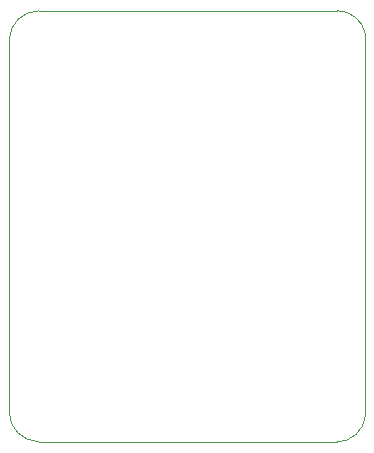
<source format=gbr>
%TF.GenerationSoftware,KiCad,Pcbnew,8.0.5*%
%TF.CreationDate,2024-11-27T14:45:04+01:00*%
%TF.ProjectId,TOF_PCB_COTE,544f465f-5043-4425-9f43-4f54452e6b69,rev?*%
%TF.SameCoordinates,Original*%
%TF.FileFunction,Profile,NP*%
%FSLAX46Y46*%
G04 Gerber Fmt 4.6, Leading zero omitted, Abs format (unit mm)*
G04 Created by KiCad (PCBNEW 8.0.5) date 2024-11-27 14:45:04*
%MOMM*%
%LPD*%
G01*
G04 APERTURE LIST*
%TA.AperFunction,Profile*%
%ADD10C,0.050000*%
%TD*%
G04 APERTURE END LIST*
D10*
X151000000Y-81000000D02*
G75*
G02*
X153399976Y-82951535I0J-2451500D01*
G01*
X123250063Y-83500000D02*
G75*
G02*
X125767767Y-81017765I2499837J-17600D01*
G01*
X150982233Y-117517767D02*
X125767767Y-117500062D01*
X125767767Y-81017767D02*
X151000000Y-81000000D01*
X125767767Y-117500062D02*
G75*
G02*
X123250001Y-115000000I33J2517862D01*
G01*
X153400000Y-82951530D02*
X153400000Y-115354026D01*
X153400000Y-115354026D02*
G75*
G02*
X150982233Y-117517810I-2417800J268926D01*
G01*
X123250000Y-115000000D02*
X123250000Y-83500000D01*
M02*

</source>
